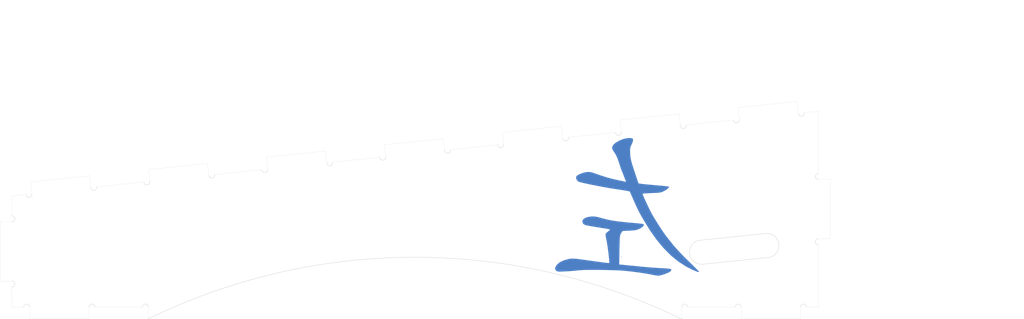
<source format=kicad_pcb>
(kicad_pcb (version 20171130) (host pcbnew 5.1.5+dfsg1-2build2)

  (general
    (thickness 1.6)
    (drawings 84)
    (tracks 0)
    (zones 0)
    (modules 1)
    (nets 1)
  )

  (page A4)
  (layers
    (0 F.Cu signal)
    (31 B.Cu signal)
    (32 B.Adhes user)
    (33 F.Adhes user)
    (34 B.Paste user)
    (35 F.Paste user)
    (36 B.SilkS user)
    (37 F.SilkS user)
    (38 B.Mask user)
    (39 F.Mask user)
    (40 Dwgs.User user)
    (41 Cmts.User user)
    (42 Eco1.User user)
    (43 Eco2.User user)
    (44 Edge.Cuts user)
    (45 Margin user)
    (46 B.CrtYd user)
    (47 F.CrtYd user)
    (48 B.Fab user)
    (49 F.Fab user)
  )

  (setup
    (last_trace_width 0.35)
    (trace_clearance 0.25)
    (zone_clearance 0.508)
    (zone_45_only no)
    (trace_min 0.3)
    (via_size 0.8)
    (via_drill 0.4)
    (via_min_size 0.5)
    (via_min_drill 0.4)
    (uvia_size 0.3)
    (uvia_drill 0.1)
    (uvias_allowed no)
    (uvia_min_size 0.2)
    (uvia_min_drill 0.1)
    (edge_width 0.05)
    (segment_width 0.2)
    (pcb_text_width 0.3)
    (pcb_text_size 1.5 1.5)
    (mod_edge_width 0.12)
    (mod_text_size 1 1)
    (mod_text_width 0.15)
    (pad_size 1.524 1.524)
    (pad_drill 0.762)
    (pad_to_mask_clearance 0.051)
    (solder_mask_min_width 0.25)
    (aux_axis_origin 0 0)
    (visible_elements FFFFFF7F)
    (pcbplotparams
      (layerselection 0x010fc_ffffffff)
      (usegerberextensions false)
      (usegerberattributes false)
      (usegerberadvancedattributes false)
      (creategerberjobfile false)
      (excludeedgelayer true)
      (linewidth 0.100000)
      (plotframeref false)
      (viasonmask false)
      (mode 1)
      (useauxorigin false)
      (hpglpennumber 1)
      (hpglpenspeed 20)
      (hpglpendiameter 15.000000)
      (psnegative false)
      (psa4output false)
      (plotreference true)
      (plotvalue true)
      (plotinvisibletext false)
      (padsonsilk false)
      (subtractmaskfromsilk false)
      (outputformat 1)
      (mirror false)
      (drillshape 1)
      (scaleselection 1)
      (outputdirectory ""))
  )

  (net 0 "")

  (net_class Default "This is the default net class."
    (clearance 0.25)
    (trace_width 0.35)
    (via_dia 0.8)
    (via_drill 0.4)
    (uvia_dia 0.3)
    (uvia_drill 0.1)
    (diff_pair_width 0.3)
    (diff_pair_gap 0.25)
  )

  (net_class Power ""
    (clearance 0.25)
    (trace_width 0.45)
    (via_dia 1)
    (via_drill 0.4)
    (uvia_dia 0.3)
    (uvia_drill 0.1)
    (diff_pair_width 0.3)
    (diff_pair_gap 0.25)
  )

  (module Digi:Left (layer B.Cu) (tedit 0) (tstamp 5F339397)
    (at 115.254 104.554 180)
    (fp_text reference "" (at 0 0) (layer B.SilkS)
      (effects (font (size 1.27 1.27) (thickness 0.15)) (justify mirror))
    )
    (fp_text value "" (at 0 0) (layer B.SilkS)
      (effects (font (size 1.27 1.27) (thickness 0.15)) (justify mirror))
    )
    (fp_poly (pts (xy 0 -6.223) (xy -0.042333 -6.265334) (xy -0.084666 -6.223) (xy -0.042333 -6.180667)
      (xy 0 -6.223)) (layer B.Cu) (width 0.01))
    (fp_poly (pts (xy -0.737427 9.777609) (xy -0.230953 9.650522) (xy 0.272761 9.447598) (xy 0.714897 9.19175)
      (xy 0.991839 8.956827) (xy 1.174453 8.712059) (xy 1.228642 8.479703) (xy 1.152452 8.22156)
      (xy 0.94393 7.899432) (xy 0.937321 7.890649) (xy 0.723847 7.558892) (xy 0.529153 7.144319)
      (xy 0.33537 6.607846) (xy 0.298679 6.493649) (xy 0.172578 6.10265) (xy 0.057265 5.758611)
      (xy -0.03371 5.501146) (xy -0.08351 5.376333) (xy -0.151235 5.219797) (xy -0.257898 4.954851)
      (xy -0.383366 4.631783) (xy -0.417242 4.542731) (xy -0.668759 3.878461) (xy -0.464532 3.929719)
      (xy -0.280831 3.970981) (xy 0.008231 4.030802) (xy 0.341581 4.096558) (xy 0.356681 4.099461)
      (xy 1.10743 4.267431) (xy 1.946188 4.495993) (xy 2.810861 4.767366) (xy 3.362639 4.960213)
      (xy 3.765578 5.101421) (xy 4.061306 5.185947) (xy 4.298509 5.223216) (xy 4.525871 5.222653)
      (xy 4.655913 5.21059) (xy 4.998258 5.145467) (xy 5.354516 5.034692) (xy 5.680396 4.89715)
      (xy 5.931603 4.75173) (xy 6.063845 4.617319) (xy 6.06757 4.608633) (xy 6.078559 4.372982)
      (xy 5.97567 4.126349) (xy 5.792079 3.941714) (xy 5.755364 3.921806) (xy 5.593381 3.868527)
      (xy 5.290931 3.791558) (xy 4.874377 3.696215) (xy 4.370084 3.587812) (xy 3.804415 3.471663)
      (xy 3.203734 3.353084) (xy 2.594405 3.23739) (xy 2.002791 3.129895) (xy 1.455256 3.035913)
      (xy 1.016 2.966385) (xy 0.540176 2.894034) (xy 0.073503 2.821051) (xy -0.332447 2.755625)
      (xy -0.626104 2.705943) (xy -0.64143 2.703212) (xy -1.15586 2.611054) (xy -1.607298 1.580693)
      (xy -1.853427 1.022264) (xy -2.053916 0.578389) (xy -2.229301 0.207753) (xy -2.40012 -0.130953)
      (xy -2.586911 -0.479044) (xy -2.810211 -0.877832) (xy -2.961322 -1.143) (xy -3.861545 -2.613807)
      (xy -4.786368 -3.919537) (xy -5.738532 -5.063029) (xy -6.720776 -6.047122) (xy -7.735842 -6.874657)
      (xy -8.786468 -7.548473) (xy -9.485371 -7.903366) (xy -9.923053 -8.09821) (xy -10.22637 -8.219278)
      (xy -10.410788 -8.271693) (xy -10.49177 -8.260581) (xy -10.498666 -8.239128) (xy -10.440116 -8.163099)
      (xy -10.275902 -7.987814) (xy -10.023179 -7.73059) (xy -9.699102 -7.408744) (xy -9.320824 -7.039593)
      (xy -9.088162 -6.815256) (xy -8.627564 -6.363111) (xy -8.159249 -5.885799) (xy -7.71457 -5.416539)
      (xy -7.324884 -4.988547) (xy -7.021546 -4.63504) (xy -6.970655 -4.572) (xy -6.692433 -4.222141)
      (xy -6.43834 -3.902597) (xy -6.234246 -3.645902) (xy -6.106021 -3.484592) (xy -6.095486 -3.471334)
      (xy -5.885811 -3.189021) (xy -5.614477 -2.796981) (xy -5.305002 -2.331837) (xy -4.980902 -1.830214)
      (xy -4.665694 -1.328734) (xy -4.382895 -0.864022) (xy -4.156023 -0.472703) (xy -4.077786 -0.329072)
      (xy -3.8928 0.030887) (xy -3.690398 0.441094) (xy -3.484345 0.87165) (xy -3.288405 1.292651)
      (xy -3.116343 1.674197) (xy -2.981923 1.986385) (xy -2.89891 2.199314) (xy -2.878666 2.275867)
      (xy -2.95835 2.304295) (xy -3.177514 2.332863) (xy -3.50633 2.358883) (xy -3.91497 2.379662)
      (xy -4.100807 2.386107) (xy -4.588101 2.402734) (xy -4.943236 2.422722) (xy -5.203362 2.452297)
      (xy -5.405631 2.49768) (xy -5.587191 2.565097) (xy -5.785193 2.660771) (xy -5.80695 2.671937)
      (xy -6.121546 2.855814) (xy -6.341718 3.0291) (xy -6.445446 3.171501) (xy -6.431672 3.247767)
      (xy -6.339107 3.266328) (xy -6.103761 3.295675) (xy -5.751648 3.333077) (xy -5.308779 3.3758)
      (xy -4.801166 3.421111) (xy -4.699 3.429833) (xy -4.157193 3.477099) (xy -3.651715 3.523694)
      (xy -3.214967 3.566437) (xy -2.879353 3.602146) (xy -2.677276 3.627643) (xy -2.667 3.629286)
      (xy -2.328333 3.685229) (xy -1.788947 5.292781) (xy -1.594685 5.880513) (xy -1.450465 6.342723)
      (xy -1.348112 6.712902) (xy -1.279451 7.024541) (xy -1.236307 7.31113) (xy -1.210508 7.60616)
      (xy -1.206046 7.680917) (xy -1.188977 8.062009) (xy -1.194112 8.328348) (xy -1.229621 8.533936)
      (xy -1.303675 8.73277) (xy -1.393124 8.91726) (xy -1.513831 9.197836) (xy -1.58559 9.448184)
      (xy -1.595025 9.57601) (xy -1.552885 9.705398) (xy -1.442267 9.772293) (xy -1.2149 9.80395)
      (xy -1.187843 9.805946) (xy -0.737427 9.777609)) (layer B.Cu) (width 0.01))
    (fp_poly (pts (xy 4.035848 -0.786119) (xy 4.520073 -0.860309) (xy 4.889923 -0.993301) (xy 5.133278 -1.173993)
      (xy 5.238016 -1.391285) (xy 5.192016 -1.634076) (xy 5.105383 -1.765643) (xy 5.031581 -1.834028)
      (xy 4.916446 -1.894303) (xy 4.736758 -1.952239) (xy 4.469299 -2.013609) (xy 4.090849 -2.084185)
      (xy 3.578187 -2.169738) (xy 3.302 -2.21395) (xy 2.787574 -2.296362) (xy 2.326552 -2.371594)
      (xy 1.946569 -2.435025) (xy 1.675255 -2.482036) (xy 1.540246 -2.508006) (xy 1.534465 -2.509503)
      (xy 1.521552 -2.572183) (xy 1.645684 -2.701877) (xy 1.767298 -2.795981) (xy 1.968533 -2.969097)
      (xy 2.094254 -3.12991) (xy 2.115555 -3.196698) (xy 2.098554 -3.341999) (xy 2.053981 -3.606641)
      (xy 1.989895 -3.944427) (xy 1.95543 -4.114805) (xy 1.89581 -4.43925) (xy 1.833327 -4.839254)
      (xy 1.771699 -5.282627) (xy 1.714645 -5.737179) (xy 1.665884 -6.170721) (xy 1.629133 -6.551063)
      (xy 1.608112 -6.846016) (xy 1.60654 -7.023391) (xy 1.615294 -7.05915) (xy 1.647752 -7.067989)
      (xy 1.727501 -7.067617) (xy 1.870065 -7.056101) (xy 2.090968 -7.031507) (xy 2.405734 -6.991905)
      (xy 2.829889 -6.93536) (xy 3.378957 -6.859941) (xy 4.068462 -6.763713) (xy 4.686602 -6.676794)
      (xy 5.307683 -6.590748) (xy 5.788615 -6.528719) (xy 6.156601 -6.488882) (xy 6.43884 -6.469411)
      (xy 6.662534 -6.468481) (xy 6.854884 -6.484266) (xy 7.043092 -6.51494) (xy 7.057268 -6.517686)
      (xy 7.739795 -6.700367) (xy 8.274449 -6.952171) (xy 8.658168 -7.27121) (xy 8.883095 -7.642685)
      (xy 8.926433 -7.836558) (xy 8.855898 -7.987764) (xy 8.79129 -8.057377) (xy 8.708656 -8.130524)
      (xy 8.613101 -8.17862) (xy 8.473023 -8.204774) (xy 8.256818 -8.212093) (xy 7.932883 -8.203686)
      (xy 7.501642 -8.184208) (xy 7.00002 -8.154779) (xy 6.479211 -8.115452) (xy 6.004373 -8.071612)
      (xy 5.672667 -8.033084) (xy 5.40248 -8.010597) (xy 4.991381 -7.99458) (xy 4.467655 -7.984765)
      (xy 3.85959 -7.980885) (xy 3.195472 -7.98267) (xy 2.503588 -7.989852) (xy 1.812223 -8.002163)
      (xy 1.149666 -8.019335) (xy 0.544201 -8.041099) (xy 0.024116 -8.067186) (xy -0.296333 -8.089714)
      (xy -0.92093 -8.150096) (xy -1.619692 -8.231309) (xy -2.336591 -8.325823) (xy -3.015601 -8.426109)
      (xy -3.600694 -8.524635) (xy -3.767666 -8.556275) (xy -4.226402 -8.646124) (xy -4.550306 -8.707392)
      (xy -4.770669 -8.744298) (xy -4.918786 -8.761064) (xy -5.025948 -8.76191) (xy -5.12345 -8.751059)
      (xy -5.164666 -8.744717) (xy -5.460645 -8.67749) (xy -5.812755 -8.568062) (xy -6.162465 -8.437822)
      (xy -6.451247 -8.308163) (xy -6.596049 -8.221578) (xy -6.732452 -8.067464) (xy -6.752055 -7.940673)
      (xy -6.696029 -7.88778) (xy -6.558671 -7.846155) (xy -6.317439 -7.812553) (xy -5.949793 -7.783733)
      (xy -5.490006 -7.759099) (xy -5.100543 -7.739267) (xy -4.712276 -7.715974) (xy -4.3023 -7.687276)
      (xy -3.847711 -7.651233) (xy -3.325602 -7.605902) (xy -2.71307 -7.54934) (xy -1.987208 -7.479606)
      (xy -1.125112 -7.394758) (xy -0.733077 -7.355761) (xy 0.269513 -7.2558) (xy 0.237725 -5.300067)
      (xy 0.226675 -4.671235) (xy 0.215046 -4.187995) (xy 0.200521 -3.826614) (xy 0.180783 -3.563357)
      (xy 0.153515 -3.374493) (xy 0.116401 -3.236288) (xy 0.067124 -3.12501) (xy 0.016976 -3.038761)
      (xy -0.171985 -2.733188) (xy -1.108939 -2.688778) (xy -1.5493 -2.662786) (xy -1.869354 -2.627131)
      (xy -2.118124 -2.571796) (xy -2.344635 -2.486767) (xy -2.52578 -2.399335) (xy -2.845784 -2.208392)
      (xy -3.008114 -2.040911) (xy -3.031841 -1.972869) (xy -3.041973 -1.911953) (xy -3.03908 -1.864747)
      (xy -3.003116 -1.827418) (xy -2.914034 -1.796133) (xy -2.751789 -1.767057) (xy -2.496334 -1.73636)
      (xy -2.127623 -1.700206) (xy -1.625609 -1.654762) (xy -1.143 -1.611691) (xy -0.295929 -1.530608)
      (xy 0.417047 -1.449207) (xy 1.031076 -1.361667) (xy 1.581309 -1.262165) (xy 2.102894 -1.144879)
      (xy 2.63098 -1.003986) (xy 2.772689 -0.963059) (xy 3.231543 -0.843438) (xy 3.602074 -0.785672)
      (xy 3.94968 -0.780599) (xy 4.035848 -0.786119)) (layer B.Cu) (width 0.01))
  )

  (gr_line (start 134.729085 107.626296) (end 125.779085 108.551296) (layer Edge.Cuts) (width 0.05) (tstamp 5F33886B))
  (gr_arc (start 126.104085 110.151296) (end 125.779085 108.551296) (angle -174.5269724) (layer Edge.Cuts) (width 0.05) (tstamp 5F338868))
  (gr_line (start 135.225 110.85) (end 126.275 111.775) (layer Edge.Cuts) (width 0.05) (tstamp 5F338865))
  (gr_arc (start 134.9 109.25) (end 135.225 110.85) (angle -174.5269724) (layer Edge.Cuts) (width 0.05) (tstamp 5F338862))
  (gr_text "Left Side\n" (at 75.12 87.25) (layer Cmts.User) (tstamp 5F33885C)
    (effects (font (size 5 5) (thickness 0.15)))
  )
  (gr_text "Left Keyboard" (at 143.83 79.31) (layer Cmts.User) (tstamp 5F338859)
    (effects (font (size 5 5) (thickness 0.15)))
  )
  (gr_arc (start 35.041 117.5505) (end 35.441 117.5505) (angle -180) (layer Edge.Cuts) (width 0.05) (tstamp 5F338856))
  (gr_arc (start 51.041 117.5505) (end 51.441 117.5505) (angle -180) (layer Edge.Cuts) (width 0.05) (tstamp 5F338853))
  (gr_arc (start 131.0406 117.5505) (end 131.4406 117.5505) (angle -180) (layer Edge.Cuts) (width 0.05) (tstamp 5F338850))
  (gr_line (start 123.4411 119.1504) (end 123.319558 119.140902) (layer Edge.Cuts) (width 0.05) (tstamp 5F338844))
  (gr_arc (start 87.389999 192.699999) (end 51.441 119.1504) (angle 52.08105479) (layer Edge.Cuts) (width 0.05) (tstamp 5F338841))
  (gr_arc (start 139.8415 117.5505) (end 140.2415 117.5505) (angle -180) (layer Edge.Cuts) (width 0.05) (tstamp 5F338832))
  (gr_arc (start 123.8411 117.5505) (end 124.2411 117.5505) (angle -180) (layer Edge.Cuts) (width 0.05) (tstamp 5F33882F))
  (gr_arc (start 43.84 117.5505) (end 44.24 117.5505) (angle -180) (layer Edge.Cuts) (width 0.05) (tstamp 5F33882C))
  (gr_arc (start 33.040942 114.450299) (end 33.040942 114.850299) (angle -179.8484242) (layer Edge.Cuts) (width 0.05) (tstamp 5F338823))
  (gr_arc (start 141.841758 99.933201) (end 141.841758 99.533201) (angle -179.8484242) (layer Edge.Cuts) (width 0.05) (tstamp 5F33881D))
  (gr_arc (start 139.5563 91.3966) (end 139.1563 91.3966) (angle -192) (layer Edge.Cuts) (width 0.05) (tstamp 5F33881A))
  (gr_arc (start 35.334741 102.351365) (end 34.934741 102.351365) (angle -192) (layer Edge.Cuts) (width 0.05) (tstamp 5F3387ED))
  (gr_arc (start 51.247741 100.679565) (end 50.847741 100.679565) (angle -192) (layer Edge.Cuts) (width 0.05) (tstamp 5F3387EA))
  (gr_arc (start 67.159241 99.006665) (end 66.759241 99.006665) (angle -192) (layer Edge.Cuts) (width 0.05) (tstamp 5F3387E7))
  (gr_arc (start 83.071641 97.333765) (end 82.671641 97.333765) (angle -192) (layer Edge.Cuts) (width 0.05) (tstamp 5F3387E4))
  (gr_arc (start 98.983741 95.662365) (end 98.583741 95.662365) (angle -192) (layer Edge.Cuts) (width 0.05) (tstamp 5F3387E1))
  (gr_arc (start 114.896141 93.989065) (end 114.496141 93.989065) (angle -192) (layer Edge.Cuts) (width 0.05) (tstamp 5F3387DE))
  (gr_arc (start 130.808241 92.316265) (end 130.408241 92.316265) (angle -192) (layer Edge.Cuts) (width 0.05) (tstamp 5F3387DB))
  (gr_arc (start 123.644 93.0695) (end 123.244 93.0695) (angle -192) (layer Edge.Cuts) (width 0.05) (tstamp 5F3387D8))
  (gr_arc (start 107.7319 94.7427) (end 107.3319 94.7427) (angle -192) (layer Edge.Cuts) (width 0.05) (tstamp 5F3387D5))
  (gr_arc (start 91.8195 96.4142) (end 91.4195 96.4142) (angle -192) (layer Edge.Cuts) (width 0.05) (tstamp 5F3387D2))
  (gr_arc (start 75.9074 98.0871) (end 75.5074 98.0871) (angle -192) (layer Edge.Cuts) (width 0.05) (tstamp 5F3387CF))
  (gr_arc (start 59.994 99.7599) (end 59.594 99.7599) (angle -192) (layer Edge.Cuts) (width 0.05) (tstamp 5F3387CC))
  (gr_arc (start 44.082 101.4314) (end 43.682 101.4314) (angle -192) (layer Edge.Cuts) (width 0.05) (tstamp 5F3387C9))
  (gr_arc (start 33.042 105.6507) (end 33.042 106.0507) (angle -179.8484242) (layer Edge.Cuts) (width 0.05) (tstamp 5F3387C6))
  (gr_arc (start 141.8407 108.7328) (end 141.8407 108.3328) (angle -179.8484242) (layer Edge.Cuts) (width 0.05) (tstamp 5F3387C3))
  (gr_line (start 130.6406 117.5505) (end 124.2411 117.5505) (layer Edge.Cuts) (width 0.02) (tstamp 5F3387BA))
  (gr_line (start 131.0327 90.6427) (end 138.9881 89.8063) (layer Edge.Cuts) (width 0.02) (tstamp 5F3387B7))
  (gr_line (start 141.8407 117.5505) (end 140.2415 117.5505) (layer Edge.Cuts) (width 0.02) (tstamp 5F3387B4))
  (gr_line (start 139.4415 117.5505) (end 139.4415 119.1504) (layer Edge.Cuts) (width 0.02) (tstamp 5F3387B1))
  (gr_line (start 31.441 114.0503) (end 31.441 106.0507) (layer Edge.Cuts) (width 0.02) (tstamp 5F3387AE))
  (gr_line (start 59.4271 98.1682) (end 59.594 99.7599) (layer Edge.Cuts) (width 0.02) (tstamp 5F3387AB))
  (gr_line (start 35.558 100.6779) (end 43.515 99.8414) (layer Edge.Cuts) (width 0.02) (tstamp 5F3387A8))
  (gr_line (start 33.042 117.5505) (end 33.040942 114.850299) (layer Edge.Cuts) (width 0.02) (tstamp 5F3387A5))
  (gr_line (start 35.726 102.2682) (end 35.558 100.6779) (layer Edge.Cuts) (width 0.02) (tstamp 5F3387A2))
  (gr_line (start 43.44 117.5505) (end 43.44 119.1504) (layer Edge.Cuts) (width 0.02) (tstamp 5F33879F))
  (gr_line (start 60.385259 99.676735) (end 66.759241 99.006665) (layer Edge.Cuts) (width 0.02) (tstamp 5F33879C))
  (gr_line (start 44.473259 101.348235) (end 50.847741 100.679565) (layer Edge.Cuts) (width 0.02) (tstamp 5F338799))
  (gr_line (start 50.641 117.5505) (end 44.24 117.5505) (layer Edge.Cuts) (width 0.02) (tstamp 5F338796))
  (gr_line (start 107.1636 93.151) (end 107.3319 94.7427) (layer Edge.Cuts) (width 0.02) (tstamp 5F338793))
  (gr_line (start 139.947559 91.313435) (end 141.8407 91.1155) (layer Edge.Cuts) (width 0.02) (tstamp 5F338790))
  (gr_line (start 138.9881 89.8063) (end 139.1563 91.3966) (layer Edge.Cuts) (width 0.02) (tstamp 5F33878A))
  (gr_line (start 51.441 119.1504) (end 51.441 117.5505) (layer Edge.Cuts) (width 0.02) (tstamp 5F338784))
  (gr_line (start 33.043058 105.250701) (end 33.042 102.5504) (layer Edge.Cuts) (width 0.02) (tstamp 5F338781))
  (gr_line (start 67.5505 98.9235) (end 67.384 97.3318) (layer Edge.Cuts) (width 0.02) (tstamp 5F33877E))
  (gr_line (start 34.641 117.5505) (end 33.042 117.5505) (layer Edge.Cuts) (width 0.02) (tstamp 5F33877B))
  (gr_line (start 31.441 106.0507) (end 33.042 106.0507) (layer Edge.Cuts) (width 0.02) (tstamp 5F338778))
  (gr_line (start 91.2516 94.8239) (end 91.4195 96.4142) (layer Edge.Cuts) (width 0.02) (tstamp 5F338775))
  (gr_line (start 92.210759 96.331035) (end 98.583741 95.662365) (layer Edge.Cuts) (width 0.02) (tstamp 5F338772))
  (gr_line (start 75.3392 96.4953) (end 75.5074 98.0871) (layer Edge.Cuts) (width 0.02) (tstamp 5F33876F))
  (gr_line (start 115.2874 93.9059) (end 115.1205 92.3146) (layer Edge.Cuts) (width 0.02) (tstamp 5F33876C))
  (gr_line (start 99.2085 93.9874) (end 107.1636 93.151) (layer Edge.Cuts) (width 0.02) (tstamp 5F338769))
  (gr_line (start 43.44 119.1504) (end 35.441 119.1504) (layer Edge.Cuts) (width 0.02) (tstamp 5F338766))
  (gr_line (start 124.035259 92.986335) (end 130.408241 92.316265) (layer Edge.Cuts) (width 0.02) (tstamp 5F338763))
  (gr_line (start 51.639 100.5964) (end 51.47 99.005) (layer Edge.Cuts) (width 0.02) (tstamp 5F338760))
  (gr_line (start 141.8407 91.1155) (end 141.841758 99.533201) (layer Edge.Cuts) (width 0.02) (tstamp 5F33875D))
  (gr_line (start 115.1205 92.3146) (end 123.0773 91.4781) (layer Edge.Cuts) (width 0.02) (tstamp 5F33875A))
  (gr_line (start 141.8407 100.3332) (end 143.4406 100.3332) (layer Edge.Cuts) (width 0.02) (tstamp 5F338757))
  (gr_line (start 139.4415 119.1504) (end 131.4406 119.1504) (layer Edge.Cuts) (width 0.02) (tstamp 5F338751))
  (gr_line (start 131.4406 119.1504) (end 131.4406 117.5505) (layer Edge.Cuts) (width 0.02) (tstamp 5F33874E))
  (gr_line (start 123.4411 117.5505) (end 123.4411 119.1504) (layer Edge.Cuts) (width 0.02) (tstamp 5F33874B))
  (gr_line (start 141.8407 117.5505) (end 141.8407 117.5505) (layer Edge.Cuts) (width 0.02) (tstamp 5F338748))
  (gr_line (start 83.2961 95.6589) (end 91.2516 94.8239) (layer Edge.Cuts) (width 0.02) (tstamp 5F338745))
  (gr_line (start 108.123159 94.659535) (end 114.496141 93.989065) (layer Edge.Cuts) (width 0.02) (tstamp 5F338742))
  (gr_line (start 76.298659 98.003935) (end 82.671641 97.333765) (layer Edge.Cuts) (width 0.02) (tstamp 5F33873F))
  (gr_line (start 143.4406 108.3328) (end 141.8407 108.3328) (layer Edge.Cuts) (width 0.02) (tstamp 5F338730))
  (gr_line (start 143.4406 100.3332) (end 143.4406 108.3328) (layer Edge.Cuts) (width 0.02) (tstamp 5F338712))
  (gr_line (start 67.384 97.3318) (end 75.3392 96.4953) (layer Edge.Cuts) (width 0.02) (tstamp 5F3386EE))
  (gr_line (start 83.4629 97.2506) (end 83.2961 95.6589) (layer Edge.Cuts) (width 0.02) (tstamp 5F3386CA))
  (gr_line (start 123.0773 91.4781) (end 123.244 93.0695) (layer Edge.Cuts) (width 0.02) (tstamp 5F3386B8))
  (gr_line (start 51.47 99.005) (end 59.4271 98.1682) (layer Edge.Cuts) (width 0.02) (tstamp 5F3386B2))
  (gr_line (start 35.441 119.1504) (end 35.441 117.5505) (layer Edge.Cuts) (width 0.02) (tstamp 5F3386AF))
  (gr_line (start 131.1995 92.2331) (end 131.0327 90.6427) (layer Edge.Cuts) (width 0.02) (tstamp 5F3386A9))
  (gr_line (start 43.515 99.8414) (end 43.682 101.4314) (layer Edge.Cuts) (width 0.02) (tstamp 5F3386A3))
  (gr_line (start 33.042 102.5504) (end 34.934741 102.351365) (layer Edge.Cuts) (width 0.02) (tstamp 5F338694))
  (gr_line (start 99.375 95.5792) (end 99.2085 93.9874) (layer Edge.Cuts) (width 0.02) (tstamp 5F33868E))
  (gr_line (start 33.042 114.0503) (end 31.441 114.0503) (layer Edge.Cuts) (width 0.02) (tstamp 5F338688))
  (gr_line (start 141.839642 109.132799) (end 141.8407 117.5505) (layer Edge.Cuts) (width 0.02) (tstamp 5F338685))

)

</source>
